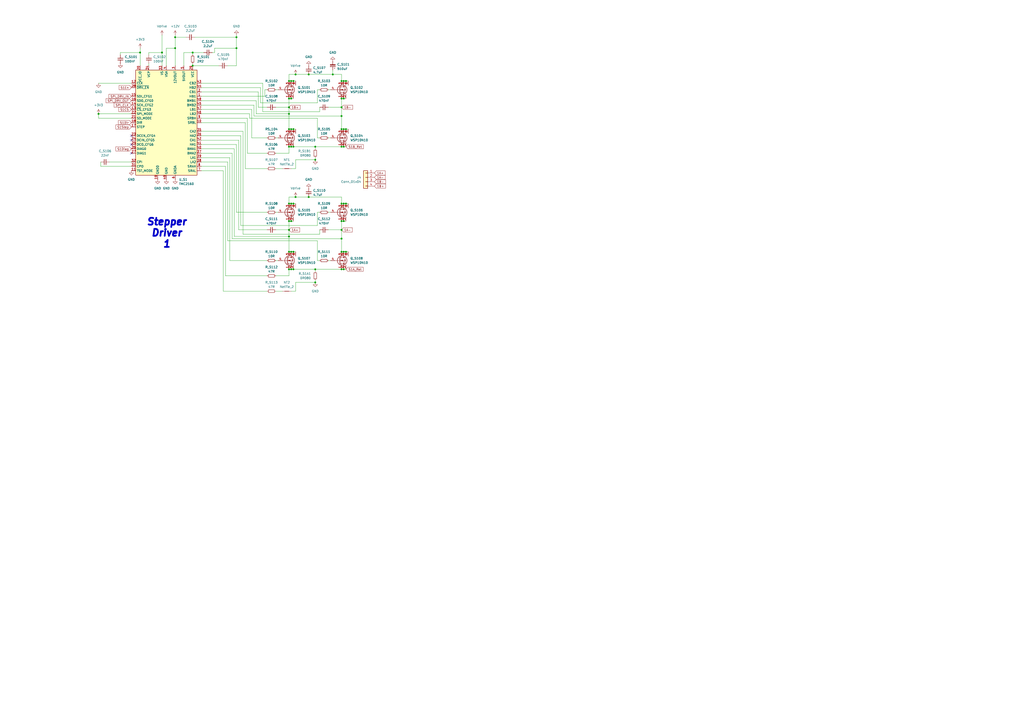
<source format=kicad_sch>
(kicad_sch (version 20231120) (generator "eeschema") (generator_version "8.0")
  (paper "A2")
  (lib_symbols
    (symbol "Connector_Generic:Conn_01x04" (pin_names (offset 1.016) hide)
      (property "Reference" "J" (at 0 5.08 0))
      (property "Value" "Conn_01x04" (at 0 -7.62 0))
      (symbol "Conn_01x04_1_1"
        (rectangle (start -1.27 -4.953) (end 0 -5.207) (stroke (width 0.1524)))
        (rectangle (start -1.27 -2.413) (end 0 -2.667) (stroke (width 0.1524)))
        (rectangle (start -1.27 0.127) (end 0 -0.127) (stroke (width 0.1524)))
        (rectangle (start -1.27 2.667) (end 0 2.413) (stroke (width 0.1524)))
        (rectangle (start -1.27 3.81) (end 1.27 -6.35) (stroke (width 0.254)) (fill (type background)))
        (pin passive line (at -5.08 2.54 0) (length 3.81) (name "Pin_1") (number "1"))
        (pin passive line (at -5.08 0 0) (length 3.81) (name "Pin_2") (number "2"))
        (pin passive line (at -5.08 -2.54 0) (length 3.81) (name "Pin_3") (number "3"))
        (pin passive line (at -5.08 -5.08 0) (length 3.81) (name "Pin_4") (number "4"))
      )
    )
    (symbol "Device:C_Polarized_Small" (pin_numbers hide) (pin_names (offset 0.254) hide)
      (property "Reference" "C" (at 0.254 1.778 0))
      (property "Value" "C_Polarized_Small" (at 0.254 -2.032 0))
      (symbol "C_Polarized_Small_0_1"
        (rectangle (start -1.524 -0.3048) (end 1.524 -0.6858) (fill (type outline)))
        (rectangle (start -1.524 0.6858) (end 1.524 0.3048))
        (polyline (pts (xy -1.27 1.524) (xy -0.762 1.524)))
        (polyline (pts (xy -1.016 1.27) (xy -1.016 1.778)))
      )
      (symbol "C_Polarized_Small_1_1"
        (pin passive line (at 0 2.54 270) (length 1.8542) (name "~") (number "1"))
        (pin passive line (at 0 -2.54 90) (length 1.8542) (name "~") (number "2"))
      )
    )
    (symbol "Device:C_Small" (pin_numbers hide) (pin_names (offset 0.254) hide)
      (property "Reference" "C" (at 0.254 1.778 0))
      (property "Value" "C_Small" (at 0.254 -2.032 0))
      (symbol "C_Small_0_1"
        (polyline (pts (xy -1.524 -0.508) (xy 1.524 -0.508)) (stroke (width 0.3302)))
        (polyline (pts (xy -1.524 0.508) (xy 1.524 0.508)) (stroke (width 0.3048)))
      )
      (symbol "C_Small_1_1"
        (pin passive line (at 0 2.54 270) (length 2.032) (name "~") (number "1"))
        (pin passive line (at 0 -2.54 90) (length 2.032) (name "~") (number "2"))
      )
    )
    (symbol "Device:NetTie_2" (pin_numbers hide) (pin_names (offset 0) hide) (in_bom no)
      (property "Reference" "NT" (at 0 1.27 0))
      (property "Value" "NetTie_2" (at 0 -1.27 0))
      (symbol "NetTie_2_0_1"
        (polyline (pts (xy -1.27 0) (xy 1.27 0)) (stroke (width 0.254)))
      )
      (symbol "NetTie_2_1_1"
        (pin passive line (at -2.54 0 0) (length 2.54) (name "1") (number "1"))
        (pin passive line (at 2.54 0 180) (length 2.54) (name "2") (number "2"))
      )
    )
    (symbol "Device:R_Small" (pin_numbers hide) (pin_names (offset 0.254) hide)
      (property "Reference" "R" (at 0.762 0.508 0))
      (property "Value" "R_Small" (at 0.762 -1.016 0))
      (symbol "R_Small_0_1"
        (rectangle (start -0.762 1.778) (end 0.762 -1.778) (stroke (width 0.2032)))
      )
      (symbol "R_Small_1_1"
        (pin passive line (at 0 2.54 270) (length 0.762) (name "~") (number "1"))
        (pin passive line (at 0 -2.54 90) (length 0.762) (name "~") (number "2"))
      )
    )
    (symbol "Driver:TMC2160"
      (property "Reference" "U" (at -12.7 -33.02 0))
      (property "Value" "TMC2160" (at 17.78 -33.02 0))
      (symbol "TMC2160_1_1"
        (rectangle (start -17.78 30.48) (end 17.78 -30.48) (stroke (width 0.254)) (fill (type background)))
        (pin output line (at 20.32 15.24 180) (length 2.54) (name "HB1") (number "1"))
        (pin input line (at 20.32 0 180) (length 2.54) (name "SRBL") (number "10"))
        (pin input line (at -20.32 -27.94 0) (length 2.54) (name "TST_MODE") (number "11"))
        (pin input line (at -20.32 22.86 0) (length 2.54) (name "CLK") (number "12"))
        (pin input line (at -20.32 7.62 0) (length 2.54) (name "~{CS}_CFG3") (number "13"))
        (pin input line (at -20.32 10.16 0) (length 2.54) (name "SCK_CFG2") (number "14"))
        (pin input line (at -20.32 15.24 0) (length 2.54) (name "SDI_CFG1") (number "15"))
        (pin passive line (at -20.32 12.7 0) (length 2.54) (name "SDO_CFG0") (number "16"))
        (pin input line (at -20.32 -2.54 0) (length 2.54) (name "STEP") (number "17"))
        (pin input line (at -20.32 0 0) (length 2.54) (name "DIR") (number "18"))
        (pin power_in line (at -5.08 -33.02 90) (length 2.54) (name "GNDD") (number "19"))
        (pin output line (at 20.32 17.78 180) (length 2.54) (name "CB1") (number "2"))
        (pin power_in line (at -15.24 33.02 270) (length 2.54) (name "VCC_IO") (number "20"))
        (pin input line (at -20.32 2.54 0) (length 2.54) (name "SD_MODE") (number "21"))
        (pin input line (at -20.32 5.08 0) (length 2.54) (name "SPI_MODE") (number "22"))
        (pin input line (at -20.32 -7.62 0) (length 2.54) (name "DCEN_CFG4") (number "23"))
        (pin input line (at -20.32 -10.16 0) (length 2.54) (name "DCIN_CFG5") (number "24"))
        (pin output line (at -20.32 -12.7 0) (length 2.54) (name "DCO_CFG6") (number "25"))
        (pin output line (at -20.32 -15.24 0) (length 2.54) (name "DIAG0") (number "26"))
        (pin output line (at -20.32 -17.78 0) (length 2.54) (name "DIAG1") (number "27"))
        (pin input line (at -20.32 20.32 0) (length 2.54) (name "~{DRV_EN}") (number "28"))
        (pin power_in line (at 15.24 33.02 270) (length 2.54) (name "VCC") (number "29"))
        (pin power_in line (at 5.08 33.02 270) (length 2.54) (name "12VOUT") (number "3"))
        (pin passive line (at -5.08 -33.02 90) (length 2.54) hide (name "GNDD") (number "30"))
        (pin passive line (at -20.32 -25.4 0) (length 2.54) (name "CPO") (number "31"))
        (pin passive line (at -20.32 -22.86 0) (length 2.54) (name "CPI") (number "32"))
        (pin power_in line (at -2.54 33.02 270) (length 2.54) (name "VS") (number "33"))
        (pin passive line (at -10.16 33.02 270) (length 2.54) (name "VCP") (number "34"))
        (pin passive line (at 20.32 -5.08 180) (length 2.54) (name "CA2") (number "35"))
        (pin output line (at 20.32 -7.62 180) (length 2.54) (name "HA2") (number "36"))
        (pin passive line (at 20.32 -17.78 180) (length 2.54) (name "BMA2") (number "37"))
        (pin output line (at 20.32 -22.86 180) (length 2.54) (name "LA2") (number "38"))
        (pin output line (at 20.32 -20.32 180) (length 2.54) (name "LA1") (number "39"))
        (pin power_in line (at 0 33.02 270) (length 2.54) (name "VSA") (number "4"))
        (pin passive line (at 20.32 -15.24 180) (length 2.54) (name "BMA1") (number "40"))
        (pin output line (at 20.32 -12.7 180) (length 2.54) (name "HA1") (number "41"))
        (pin output line (at 20.32 -10.16 180) (length 2.54) (name "CA1") (number "42"))
        (pin passive line (at 20.32 22.86 180) (length 2.54) (name "CB2") (number "43"))
        (pin output line (at 20.32 20.32 180) (length 2.54) (name "HB2") (number "44"))
        (pin passive line (at 20.32 10.16 180) (length 2.54) (name "BMB2") (number "45"))
        (pin output line (at 20.32 5.08 180) (length 2.54) (name "LB2") (number "46"))
        (pin output line (at 20.32 7.62 180) (length 2.54) (name "LB1") (number "47"))
        (pin passive line (at 20.32 12.7 180) (length 2.54) (name "BMB1") (number "48"))
        (pin power_in line (at 0 -33.02 90) (length 2.54) (name "GND") (number "49"))
        (pin power_out line (at 10.16 33.02 270) (length 2.54) (name "5VOUT") (number "5"))
        (pin power_in line (at 5.08 -33.02 90) (length 2.54) (name "GNDA") (number "6"))
        (pin input line (at 20.32 -27.94 180) (length 2.54) (name "SRAL") (number "7"))
        (pin input line (at 20.32 -25.4 180) (length 2.54) (name "SRAH") (number "8"))
        (pin input line (at 20.32 2.54 180) (length 2.54) (name "SRBH") (number "9"))
      )
    )
    (symbol "FETs:WSP10N10" (pin_names hide)
      (property "Reference" "Q" (at 5.08 1.905 0))
      (property "Value" "WSP10N10" (at 5.08 0 0))
      (symbol "WSP10N10_0_1"
        (polyline (pts (xy 0.254 0) (xy -2.54 0)))
        (polyline (pts (xy 0.254 1.905) (xy 0.254 -1.905)) (stroke (width 0.254)))
        (polyline (pts (xy 0.762 -1.27) (xy 0.762 -2.286)) (stroke (width 0.254)))
        (polyline (pts (xy 0.762 0.508) (xy 0.762 -0.508)) (stroke (width 0.254)))
        (polyline (pts (xy 0.762 2.286) (xy 0.762 1.27)) (stroke (width 0.254)))
        (polyline (pts (xy 2.54 2.54) (xy 2.54 1.778)))
        (polyline (pts (xy 2.54 -2.54) (xy 2.54 0) (xy 0.762 0)))
        (polyline (pts (xy 0.762 -1.778) (xy 3.302 -1.778) (xy 3.302 1.778) (xy 0.762 1.778)))
        (polyline (pts (xy 1.016 0) (xy 2.032 0.381) (xy 2.032 -0.381) (xy 1.016 0)) (fill (type outline)))
        (polyline (pts (xy 2.794 0.508) (xy 2.921 0.381) (xy 3.683 0.381) (xy 3.81 0.254)))
        (polyline (pts (xy 3.302 0.381) (xy 2.921 -0.254) (xy 3.683 -0.254) (xy 3.302 0.381)))
        (circle (center 1.651 0) (radius 2.794) (stroke (width 0.254)))
        (circle (center 2.54 -1.778) (radius 0.254) (fill (type outline)))
        (circle (center 2.54 1.778) (radius 0.254) (fill (type outline)))
      )
      (symbol "WSP10N10_1_1"
        (pin passive line (at 1.27 -5.08 90) (length 2.54) (name "D") (number "1"))
        (pin passive line (at 2.54 -5.08 90) (length 2.54) (name "G") (number "2"))
        (pin passive line (at 3.81 -5.08 90) (length 2.54) (name "S") (number "3"))
        (pin input line (at -5.08 0 0) (length 2.54) (name "") (number "4"))
        (pin passive line (at 1.27 5.08 270) (length 2.54) (name "") (number "5"))
        (pin passive line (at 2.54 5.08 270) (length 2.54) (name "") (number "6"))
        (pin passive line (at 3.81 5.08 270) (length 2.54) (name "") (number "7"))
        (pin passive line (at 5.08 5.08 270) (length 2.54) (name "") (number "8"))
      )
    )
    (symbol "power:+12V" (power) (pin_numbers hide) (pin_names (offset 0) hide)
      (property "Value" "+12V" (at 0 3.556 0))
      (symbol "+12V_0_1"
        (polyline (pts (xy -0.762 1.27) (xy 0 2.54)))
        (polyline (pts (xy 0 0) (xy 0 2.54)))
        (polyline (pts (xy 0 2.54) (xy 0.762 1.27)))
      )
      (symbol "+12V_1_1"
        (pin power_in line (at 0 0 90) (length 0) (name "~") (number "1"))
      )
    )
    (symbol "power:+3V3" (power) (pin_numbers hide) (pin_names (offset 0) hide)
      (property "Value" "+3V3" (at 0 3.556 0))
      (symbol "+3V3_0_1"
        (polyline (pts (xy -0.762 1.27) (xy 0 2.54)))
        (polyline (pts (xy 0 0) (xy 0 2.54)))
        (polyline (pts (xy 0 2.54) (xy 0.762 1.27)))
      )
      (symbol "+3V3_1_1"
        (pin power_in line (at 0 0 90) (length 0) (name "~") (number "1"))
      )
    )
    (symbol "power:GND" (power) (pin_numbers hide) (pin_names (offset 0) hide)
      (property "Value" "GND" (at 0 -3.81 0))
      (symbol "GND_0_1"
        (polyline (pts (xy 0 0) (xy 0 -1.27) (xy 1.27 -1.27) (xy 0 -2.54) (xy -1.27 -1.27) (xy 0 -1.27)))
      )
      (symbol "GND_1_1"
        (pin power_in line (at 0 0 270) (length 0) (name "~") (number "1"))
      )
    )
    (symbol "power:Vdrive" (power) (pin_numbers hide) (pin_names (offset 0) hide)
      (property "Value" "Vdrive" (at 0 3.556 0))
      (symbol "Vdrive_0_1"
        (polyline (pts (xy -0.762 1.27) (xy 0 2.54)))
        (polyline (pts (xy 0 0) (xy 0 2.54)))
        (polyline (pts (xy 0 2.54) (xy 0.762 1.27)))
      )
      (symbol "Vdrive_1_1"
        (pin power_in line (at 0 0 90) (length 0) (name "~") (number "1"))
      )
    )
  )
  (junction (at 198.12 118.11))
  (junction (at 199.39 128.27))
  (junction (at 168.91 85.09))
  (junction (at 170.18 46.99))
  (junction (at 171.45 114.3))
  (junction (at 182.88 156.21))
  (junction (at 168.91 128.27))
  (junction (at 137.16 27.94))
  (junction (at 111.76 38.1))
  (junction (at 93.98 30.48))
  (junction (at 199.39 118.11))
  (junction (at 167.64 128.27))
  (junction (at 200.66 146.05))
  (junction (at 199.39 74.93))
  (junction (at 199.39 57.15))
  (junction (at 168.91 146.05))
  (junction (at 179.07 114.3))
  (junction (at 168.91 118.11))
  (junction (at 200.66 46.99))
  (junction (at 167.64 62.23))
  (junction (at 101.6 27.94))
  (junction (at 198.12 57.15))
  (junction (at 101.6 21.59))
  (junction (at 167.64 74.93))
  (junction (at 198.12 67.31))
  (junction (at 199.39 146.05))
  (junction (at 168.91 46.99))
  (junction (at 198.12 156.21))
  (junction (at 81.28 30.48))
  (junction (at 167.64 85.09))
  (junction (at 170.18 118.11))
  (junction (at 171.45 43.18))
  (junction (at 198.12 85.09))
  (junction (at 168.91 57.15))
  (junction (at 200.66 74.93))
  (junction (at 167.64 133.35))
  (junction (at 170.18 156.21))
  (junction (at 198.12 133.35))
  (junction (at 167.64 146.05))
  (junction (at 170.18 74.93))
  (junction (at 193.04 43.18))
  (junction (at 198.12 138.43))
  (junction (at 111.76 30.48))
  (junction (at 182.88 92.71))
  (junction (at 167.64 66.04))
  (junction (at 168.91 74.93))
  (junction (at 200.66 118.11))
  (junction (at 199.39 46.99))
  (junction (at 182.88 85.09))
  (junction (at 170.18 85.09))
  (junction (at 170.18 146.05))
  (junction (at 182.88 163.83))
  (junction (at 198.12 74.93))
  (junction (at 198.12 46.99))
  (junction (at 137.16 21.59))
  (junction (at 167.64 57.15))
  (junction (at 168.91 156.21))
  (junction (at 199.39 156.21))
  (junction (at 198.12 62.23))
  (junction (at 179.07 43.18))
  (junction (at 199.39 85.09))
  (junction (at 198.12 128.27))
  (junction (at 167.64 118.11))
  (junction (at 167.64 156.21))
  (junction (at 57.15 66.04))
  (junction (at 167.64 137.16))
  (junction (at 167.64 46.99))
  (junction (at 198.12 146.05))
  (no_connect (at 76.2 78.74))
  (no_connect (at 76.2 88.9))
  (no_connect (at 76.2 83.82))
  (no_connect (at 76.2 81.28))
  (wire (pts (xy 198.12 133.35) (xy 198.12 138.43)))
  (wire (pts (xy 133.35 151.13) (xy 154.94 151.13)))
  (wire (pts (xy 116.84 91.44) (xy 133.35 91.44)))
  (wire (pts (xy 144.78 66.04) (xy 144.78 68.58)))
  (wire (pts (xy 167.64 85.09) (xy 168.91 85.09)))
  (wire (pts (xy 143.51 68.58) (xy 143.51 88.9)))
  (wire (pts (xy 184.15 52.07) (xy 185.42 52.07)))
  (wire (pts (xy 153.67 52.07) (xy 154.94 52.07)))
  (wire (pts (xy 167.64 160.02) (xy 167.64 156.21)))
  (wire (pts (xy 193.04 43.18) (xy 198.12 43.18)))
  (wire (pts (xy 148.59 66.04) (xy 167.64 66.04)))
  (wire (pts (xy 116.84 83.82) (xy 137.16 83.82)))
  (wire (pts (xy 167.64 62.23) (xy 167.64 66.04)))
  (wire (pts (xy 160.02 160.02) (xy 167.64 160.02)))
  (wire (pts (xy 171.45 163.83) (xy 182.88 163.83)))
  (wire (pts (xy 170.18 118.11) (xy 171.45 118.11)))
  (wire (pts (xy 153.67 55.88) (xy 153.67 52.07)))
  (wire (pts (xy 57.15 66.04) (xy 76.2 66.04)))
  (wire (pts (xy 198.12 62.23) (xy 198.12 67.31)))
  (wire (pts (xy 168.91 118.11) (xy 170.18 118.11)))
  (wire (pts (xy 182.88 162.56) (xy 182.88 163.83)))
  (wire (pts (xy 151.13 59.69) (xy 184.15 59.69)))
  (wire (pts (xy 58.42 96.52) (xy 76.2 96.52)))
  (wire (pts (xy 199.39 57.15) (xy 200.66 57.15)))
  (wire (pts (xy 171.45 92.71) (xy 182.88 92.71)))
  (wire (pts (xy 167.64 137.16) (xy 167.64 146.05)))
  (wire (pts (xy 179.07 43.18) (xy 193.04 43.18)))
  (wire (pts (xy 182.88 156.21) (xy 182.88 157.48)))
  (wire (pts (xy 146.05 63.5) (xy 146.05 80.01)))
  (wire (pts (xy 167.64 46.99) (xy 168.91 46.99)))
  (wire (pts (xy 116.84 71.12) (xy 142.24 71.12)))
  (wire (pts (xy 116.84 58.42) (xy 148.59 58.42)))
  (wire (pts (xy 135.89 137.16) (xy 167.64 137.16)))
  (wire (pts (xy 113.03 21.59) (xy 137.16 21.59)))
  (wire (pts (xy 116.84 53.34) (xy 149.86 53.34)))
  (wire (pts (xy 167.64 43.18) (xy 167.64 46.99)))
  (wire (pts (xy 152.4 64.77) (xy 185.42 64.77)))
  (wire (pts (xy 93.98 20.32) (xy 93.98 30.48)))
  (wire (pts (xy 149.86 62.23) (xy 154.94 62.23)))
  (wire (pts (xy 149.86 53.34) (xy 149.86 62.23)))
  (wire (pts (xy 182.88 156.21) (xy 198.12 156.21)))
  (wire (pts (xy 198.12 85.09) (xy 199.39 85.09)))
  (wire (pts (xy 200.66 146.05) (xy 201.93 146.05)))
  (wire (pts (xy 167.64 66.04) (xy 167.64 74.93)))
  (wire (pts (xy 190.5 62.23) (xy 198.12 62.23)))
  (wire (pts (xy 116.84 63.5) (xy 146.05 63.5)))
  (wire (pts (xy 142.24 71.12) (xy 142.24 97.79)))
  (wire (pts (xy 81.28 30.48) (xy 81.28 38.1)))
  (wire (pts (xy 198.12 57.15) (xy 199.39 57.15)))
  (wire (pts (xy 86.36 30.48) (xy 93.98 30.48)))
  (wire (pts (xy 147.32 67.31) (xy 198.12 67.31)))
  (wire (pts (xy 184.15 151.13) (xy 185.42 151.13)))
  (wire (pts (xy 69.85 30.48) (xy 69.85 31.75)))
  (wire (pts (xy 143.51 88.9) (xy 154.94 88.9)))
  (wire (pts (xy 133.35 91.44) (xy 133.35 151.13)))
  (wire (pts (xy 116.84 60.96) (xy 147.32 60.96)))
  (wire (pts (xy 190.5 52.07) (xy 191.77 52.07)))
  (wire (pts (xy 152.4 48.26) (xy 152.4 64.77)))
  (wire (pts (xy 167.64 128.27) (xy 168.91 128.27)))
  (wire (pts (xy 198.12 46.99) (xy 198.12 43.18)))
  (wire (pts (xy 116.84 68.58) (xy 143.51 68.58)))
  (wire (pts (xy 185.42 64.77) (xy 185.42 62.23)))
  (wire (pts (xy 185.42 135.89) (xy 185.42 133.35)))
  (wire (pts (xy 168.91 97.79) (xy 171.45 97.79)))
  (wire (pts (xy 86.36 36.83) (xy 86.36 38.1)))
  (wire (pts (xy 116.84 86.36) (xy 135.89 86.36)))
  (wire (pts (xy 96.52 38.1) (xy 96.52 27.94)))
  (wire (pts (xy 168.91 146.05) (xy 170.18 146.05)))
  (wire (pts (xy 129.54 168.91) (xy 154.94 168.91)))
  (wire (pts (xy 132.08 38.1) (xy 137.16 38.1)))
  (wire (pts (xy 148.59 58.42) (xy 148.59 66.04)))
  (wire (pts (xy 171.45 168.91) (xy 171.45 163.83)))
  (wire (pts (xy 167.64 146.05) (xy 168.91 146.05)))
  (wire (pts (xy 160.02 133.35) (xy 167.64 133.35)))
  (wire (pts (xy 137.16 27.94) (xy 137.16 21.59)))
  (wire (pts (xy 171.45 114.3) (xy 167.64 114.3)))
  (wire (pts (xy 132.08 139.7) (xy 184.15 139.7)))
  (wire (pts (xy 168.91 74.93) (xy 170.18 74.93)))
  (wire (pts (xy 138.43 133.35) (xy 154.94 133.35)))
  (wire (pts (xy 160.02 151.13) (xy 161.29 151.13)))
  (wire (pts (xy 137.16 123.19) (xy 154.94 123.19)))
  (wire (pts (xy 179.07 114.3) (xy 198.12 114.3)))
  (wire (pts (xy 182.88 85.09) (xy 182.88 86.36)))
  (wire (pts (xy 179.07 114.3) (xy 171.45 114.3)))
  (wire (pts (xy 168.91 156.21) (xy 170.18 156.21)))
  (wire (pts (xy 116.84 76.2) (xy 140.97 76.2)))
  (wire (pts (xy 190.5 151.13) (xy 191.77 151.13)))
  (wire (pts (xy 101.6 21.59) (xy 107.95 21.59)))
  (wire (pts (xy 167.64 114.3) (xy 167.64 118.11)))
  (wire (pts (xy 69.85 30.48) (xy 81.28 30.48)))
  (wire (pts (xy 198.12 57.15) (xy 198.12 62.23)))
  (wire (pts (xy 116.84 88.9) (xy 134.62 88.9)))
  (wire (pts (xy 111.76 36.83) (xy 111.76 38.1)))
  (wire (pts (xy 190.5 123.19) (xy 191.77 123.19)))
  (wire (pts (xy 116.84 99.06) (xy 129.54 99.06)))
  (wire (pts (xy 168.91 85.09) (xy 170.18 85.09)))
  (wire (pts (xy 190.5 133.35) (xy 198.12 133.35)))
  (wire (pts (xy 142.24 97.79) (xy 154.94 97.79)))
  (wire (pts (xy 101.6 21.59) (xy 101.6 27.94)))
  (wire (pts (xy 147.32 60.96) (xy 147.32 67.31)))
  (wire (pts (xy 198.12 74.93) (xy 199.39 74.93)))
  (wire (pts (xy 184.15 139.7) (xy 184.15 151.13)))
  (wire (pts (xy 170.18 85.09) (xy 182.88 85.09)))
  (wire (pts (xy 134.62 88.9) (xy 134.62 138.43)))
  (wire (pts (xy 134.62 138.43) (xy 198.12 138.43)))
  (wire (pts (xy 146.05 80.01) (xy 154.94 80.01)))
  (wire (pts (xy 81.28 27.94) (xy 81.28 30.48)))
  (wire (pts (xy 124.46 30.48) (xy 124.46 27.94)))
  (wire (pts (xy 199.39 74.93) (xy 200.66 74.93)))
  (wire (pts (xy 184.15 123.19) (xy 185.42 123.19)))
  (wire (pts (xy 160.02 80.01) (xy 161.29 80.01)))
  (wire (pts (xy 170.18 156.21) (xy 182.88 156.21)))
  (wire (pts (xy 170.18 46.99) (xy 171.45 46.99)))
  (wire (pts (xy 167.64 57.15) (xy 168.91 57.15)))
  (wire (pts (xy 198.12 128.27) (xy 198.12 133.35)))
  (wire (pts (xy 171.45 43.18) (xy 179.07 43.18)))
  (wire (pts (xy 139.7 78.74) (xy 139.7 130.81)))
  (wire (pts (xy 198.12 138.43) (xy 198.12 146.05)))
  (wire (pts (xy 57.15 68.58) (xy 57.15 66.04)))
  (wire (pts (xy 93.98 30.48) (xy 93.98 38.1)))
  (wire (pts (xy 135.89 86.36) (xy 135.89 137.16)))
  (wire (pts (xy 160.02 52.07) (xy 161.29 52.07)))
  (wire (pts (xy 190.5 80.01) (xy 191.77 80.01)))
  (wire (pts (xy 140.97 135.89) (xy 185.42 135.89)))
  (wire (pts (xy 198.12 118.11) (xy 199.39 118.11)))
  (wire (pts (xy 168.91 46.99) (xy 170.18 46.99)))
  (wire (pts (xy 199.39 128.27) (xy 200.66 128.27)))
  (wire (pts (xy 193.04 40.64) (xy 193.04 43.18)))
  (wire (pts (xy 138.43 81.28) (xy 138.43 133.35)))
  (wire (pts (xy 182.88 85.09) (xy 198.12 85.09)))
  (wire (pts (xy 199.39 118.11) (xy 200.66 118.11)))
  (wire (pts (xy 116.84 96.52) (xy 130.81 96.52)))
  (wire (pts (xy 116.84 81.28) (xy 138.43 81.28)))
  (wire (pts (xy 198.12 118.11) (xy 198.12 114.3)))
  (wire (pts (xy 130.81 160.02) (xy 154.94 160.02)))
  (wire (pts (xy 167.64 128.27) (xy 167.64 133.35)))
  (wire (pts (xy 168.91 168.91) (xy 171.45 168.91)))
  (wire (pts (xy 139.7 130.81) (xy 184.15 130.81)))
  (wire (pts (xy 63.5 93.98) (xy 76.2 93.98)))
  (wire (pts (xy 200.66 46.99) (xy 201.93 46.99)))
  (wire (pts (xy 57.15 48.26) (xy 76.2 48.26)))
  (wire (pts (xy 132.08 93.98) (xy 132.08 139.7)))
  (wire (pts (xy 116.84 48.26) (xy 152.4 48.26)))
  (wire (pts (xy 198.12 128.27) (xy 199.39 128.27)))
  (wire (pts (xy 200.66 74.93) (xy 201.93 74.93)))
  (wire (pts (xy 199.39 156.21) (xy 200.66 156.21)))
  (wire (pts (xy 160.02 168.91) (xy 163.83 168.91)))
  (wire (pts (xy 58.42 93.98) (xy 58.42 96.52)))
  (wire (pts (xy 101.6 27.94) (xy 101.6 38.1)))
  (wire (pts (xy 116.84 66.04) (xy 144.78 66.04)))
  (wire (pts (xy 170.18 146.05) (xy 171.45 146.05)))
  (wire (pts (xy 171.45 43.18) (xy 167.64 43.18)))
  (wire (pts (xy 130.81 96.52) (xy 130.81 160.02)))
  (wire (pts (xy 168.91 128.27) (xy 170.18 128.27)))
  (wire (pts (xy 160.02 123.19) (xy 161.29 123.19)))
  (wire (pts (xy 167.64 88.9) (xy 167.64 85.09)))
  (wire (pts (xy 116.84 55.88) (xy 153.67 55.88)))
  (wire (pts (xy 167.64 156.21) (xy 168.91 156.21)))
  (wire (pts (xy 198.12 67.31) (xy 198.12 74.93)))
  (wire (pts (xy 116.84 50.8) (xy 151.13 50.8)))
  (wire (pts (xy 198.12 156.21) (xy 199.39 156.21)))
  (wire (pts (xy 199.39 85.09) (xy 200.66 85.09)))
  (wire (pts (xy 200.66 118.11) (xy 201.93 118.11)))
  (wire (pts (xy 160.02 62.23) (xy 167.64 62.23)))
  (wire (pts (xy 184.15 68.58) (xy 184.15 80.01)))
  (wire (pts (xy 171.45 97.79) (xy 171.45 92.71)))
  (wire (pts (xy 199.39 146.05) (xy 200.66 146.05)))
  (wire (pts (xy 116.84 93.98) (xy 132.08 93.98)))
  (wire (pts (xy 160.02 97.79) (xy 163.83 97.79)))
  (wire (pts (xy 167.64 133.35) (xy 167.64 137.16)))
  (wire (pts (xy 151.13 50.8) (xy 151.13 59.69)))
  (wire (pts (xy 137.16 21.59) (xy 137.16 20.32)))
  (wire (pts (xy 111.76 38.1) (xy 127 38.1)))
  (wire (pts (xy 167.64 74.93) (xy 168.91 74.93)))
  (wire (pts (xy 168.91 57.15) (xy 170.18 57.15)))
  (wire (pts (xy 167.64 57.15) (xy 167.64 62.23)))
  (wire (pts (xy 170.18 74.93) (xy 171.45 74.93)))
  (wire (pts (xy 111.76 30.48) (xy 118.11 30.48)))
  (wire (pts (xy 116.84 78.74) (xy 139.7 78.74)))
  (wire (pts (xy 106.68 30.48) (xy 111.76 30.48)))
  (wire (pts (xy 198.12 46.99) (xy 199.39 46.99)))
  (wire (pts (xy 96.52 27.94) (xy 101.6 27.94)))
  (wire (pts (xy 124.46 27.94) (xy 137.16 27.94)))
  (wire (pts (xy 137.16 83.82) (xy 137.16 123.19)))
  (wire (pts (xy 182.88 91.44) (xy 182.88 92.71)))
  (wire (pts (xy 184.15 130.81) (xy 184.15 123.19)))
  (wire (pts (xy 160.02 88.9) (xy 167.64 88.9)))
  (wire (pts (xy 144.78 68.58) (xy 184.15 68.58)))
  (wire (pts (xy 167.64 118.11) (xy 168.91 118.11)))
  (wire (pts (xy 140.97 76.2) (xy 140.97 135.89)))
  (wire (pts (xy 111.76 30.48) (xy 111.76 31.75)))
  (wire (pts (xy 123.19 30.48) (xy 124.46 30.48)))
  (wire (pts (xy 184.15 59.69) (xy 184.15 52.07)))
  (wire (pts (xy 199.39 46.99) (xy 200.66 46.99)))
  (wire (pts (xy 198.12 146.05) (xy 199.39 146.05)))
  (wire (pts (xy 184.15 80.01) (xy 185.42 80.01)))
  (wire (pts (xy 101.6 20.32) (xy 101.6 21.59)))
  (wire (pts (xy 106.68 38.1) (xy 106.68 30.48)))
  (wire (pts (xy 129.54 99.06) (xy 129.54 168.91)))
  (wire (pts (xy 76.2 68.58) (xy 57.15 68.58)))
  (wire (pts (xy 137.16 38.1) (xy 137.16 27.94)))
  (wire (pts (xy 86.36 30.48) (xy 86.36 31.75)))
  (text "Stepper\nDriver\n1" (at 96.774 144.018 0) (effects (font (size 4 4) (thickness 2) (bold yes) (italic yes)) (justify bottom)))
  (global_label "S1B_Ret" (shape input) (at 200.66 85.09 0) (property "Intersheetrefs" "${INTERSHEET_REFS}" (effects (hide yes))))
  (global_label "1B+" (shape input) (at 167.64 62.23 0) (property "Intersheetrefs" "${INTERSHEET_REFS}" (effects (hide yes))))
  (global_label "1B-" (shape input) (at 217.17 105.41 0) (property "Intersheetrefs" "${INTERSHEET_REFS}" (effects (hide yes))))
  (global_label "1B-" (shape input) (at 198.12 62.23 0) (property "Intersheetrefs" "${INTERSHEET_REFS}" (effects (hide yes))))
  (global_label "SPI_DRV_IN" (shape input) (at 76.2 55.88 180) (property "Intersheetrefs" "${INTERSHEET_REFS}" (effects (hide yes))))
  (global_label "S1Diag" (shape input) (at 76.2 86.36 180) (property "Intersheetrefs" "${INTERSHEET_REFS}" (effects (hide yes))))
  (global_label "1B+" (shape input) (at 217.17 107.95 0) (property "Intersheetrefs" "${INTERSHEET_REFS}" (effects (hide yes))))
  (global_label "S1En" (shape input) (at 76.2 50.8 180) (property "Intersheetrefs" "${INTERSHEET_REFS}" (effects (hide yes))))
  (global_label "1A+" (shape input) (at 217.17 100.33 0) (property "Intersheetrefs" "${INTERSHEET_REFS}" (effects (hide yes))))
  (global_label "S1A_Ret" (shape input) (at 200.66 156.21 0) (property "Intersheetrefs" "${INTERSHEET_REFS}" (effects (hide yes))))
  (global_label "1A-" (shape input) (at 198.12 133.35 0) (property "Intersheetrefs" "${INTERSHEET_REFS}" (effects (hide yes))))
  (global_label "S1CS" (shape input) (at 76.2 63.5 180) (property "Intersheetrefs" "${INTERSHEET_REFS}" (effects (hide yes))))
  (global_label "1A+" (shape input) (at 167.64 133.35 0) (property "Intersheetrefs" "${INTERSHEET_REFS}" (effects (hide yes))))
  (global_label "SPI_DRV_OUT" (shape input) (at 76.2 58.42 180) (property "Intersheetrefs" "${INTERSHEET_REFS}" (effects (hide yes))))
  (global_label "S1Dir" (shape input) (at 76.2 71.12 180) (property "Intersheetrefs" "${INTERSHEET_REFS}" (effects (hide yes))))
  (global_label "S1Step" (shape input) (at 76.2 73.66 180) (property "Intersheetrefs" "${INTERSHEET_REFS}" (effects (hide yes))))
  (global_label "SPI_CLK" (shape input) (at 76.2 60.96 180) (property "Intersheetrefs" "${INTERSHEET_REFS}" (effects (hide yes))))
  (global_label "1A-" (shape input) (at 217.17 102.87 0) (property "Intersheetrefs" "${INTERSHEET_REFS}" (effects (hide yes))))
  (symbol (lib_id "power:GND") (at 137.16 20.32 0) (mirror x) (unit 1)
    (property "Reference" "#PWR032" (effects (hide yes)))
    (property "Value" "GND" (at 137.16 15.24 0))
    (property "Description" "Power symbol creates a global label with name \"GND\" , ground" (effects (hide yes)))
  )
  (symbol (lib_id "Device:R_Small") (at 157.48 80.01 90) (unit 1)
    (property "Reference" "RS_104" (at 157.48 74.93 90))
    (property "Value" "10R" (at 157.48 77.47 90))
    (property "Footprint" "Resistor_SMD:R_0402_1005Metric_Pad0.72x0.64mm_HandSolder" (effects (hide yes)))
    (property "LCSC" "C284283" (effects (hide yes)))
  )
  (symbol (lib_id "power:Vdrive") (at 93.98 20.32 0) (unit 1)
    (property "Reference" "#PWR022" (effects (hide yes)))
    (property "Value" "Vdrive" (at 93.98 15.24 0))
    (property "Description" "Power symbol creates a global label with name \"Vdrive\"" (effects (hide yes)))
  )
  (symbol (lib_id "Device:C_Small") (at 157.48 133.35 90) (unit 1)
    (property "Reference" "C_S111" (at 157.4863 127 90))
    (property "Value" "470nF" (at 157.4863 129.54 90))
    (property "Footprint" "Capacitor_SMD:C_1206_3216Metric_Pad1.33x1.80mm_HandSolder" (effects (hide yes)))
    (property "Description" "High voltage" (effects (hide yes)))
    (property "LCSC" "C313105" (effects (hide yes)))
  )
  (symbol (lib_id "Device:R_Small") (at 157.48 168.91 90) (unit 1)
    (property "Reference" "R_S113" (at 157.48 163.83 90))
    (property "Value" "47R" (at 157.48 166.37 90))
    (property "Footprint" "Resistor_SMD:R_0402_1005Metric_Pad0.72x0.64mm_HandSolder" (effects (hide yes)))
    (property "LCSC" "C284589" (effects (hide yes)))
  )
  (symbol (lib_id "Device:C_Small") (at 187.96 62.23 90) (unit 1)
    (property "Reference" "C_S109" (at 187.9663 55.88 90))
    (property "Value" "470nF" (at 187.9663 58.42 90))
    (property "Footprint" "Capacitor_SMD:C_1206_3216Metric_Pad1.33x1.80mm_HandSolder" (effects (hide yes)))
    (property "Description" "High voltage" (effects (hide yes)))
    (property "LCSC" "C313105" (effects (hide yes)))
  )
  (symbol (lib_id "FETs:WSP10N10") (at 166.37 80.01 0) (unit 1)
    (property "Reference" "Q_S103" (at 172.72 78.7399 0) (effects (justify left)))
    (property "Value" "WSP10N10" (at 172.72 81.2799 0) (effects (justify left)))
    (property "Footprint" "Package_SO:SOIC-8_3.9x4.9mm_P1.27mm" (effects (hide yes)))
    (property "Datasheet" "https://www.lcsc.com/datasheet/lcsc_datasheet_2105242011_Winsok-Semicon-WSP10N10_C2827250.pdf" (effects (hide yes)))
    (property "Description" "100V 10A 22mOhm@10V, 3.1W 1 N-Channel SOP-8 MOSFET" (effects (hide yes)))
    (property "LCSC" "C2827250" (effects (hide yes)))
  )
  (symbol (lib_id "power:+12V") (at 101.6 20.32 0) (unit 1)
    (property "Reference" "#PWR023" (effects (hide yes)))
    (property "Value" "+12V" (at 101.6 15.24 0))
    (property "Description" "Power symbol creates a global label with name \"+12V\"" (effects (hide yes)))
  )
  (symbol (lib_id "Device:C_Small") (at 110.49 21.59 90) (unit 1)
    (property "Reference" "C_S103" (at 110.4963 15.24 90))
    (property "Value" "2.2uF" (at 110.4963 17.78 90))
    (property "Footprint" "Capacitor_SMD:C_0603_1608Metric_Pad1.08x0.95mm_HandSolder" (effects (hide yes)))
    (property "Description" "Unpolarized capacitor, small symbol" (effects (hide yes)))
    (property "LCSC" " C57895" (effects (hide yes)))
  )
  (symbol (lib_id "Connector_Generic:Conn_01x04") (at 212.09 102.87 0) (mirror y) (unit 1)
    (property "Reference" "J4" (at 209.55 102.8699 0) (effects (justify left)))
    (property "Value" "Conn_01x04" (at 209.55 105.4099 0) (effects (justify left)))
    (property "Footprint" "Connector_JST:JST_XH_B4B-XH-A_1x04_P2.50mm_Vertical" (effects (hide yes)))
    (property "Description" "Generic connector, single row, 01x04, script generated (kicad-library-utils/schlib/autogen/connector/)" (effects (hide yes)))
  )
  (symbol (lib_id "Device:R_Small") (at 187.96 52.07 90) (unit 1)
    (property "Reference" "R_S103" (at 187.96 46.99 90))
    (property "Value" "10R" (at 187.96 49.53 90))
    (property "Footprint" "Resistor_SMD:R_0402_1005Metric_Pad0.72x0.64mm_HandSolder" (effects (hide yes)))
    (property "LCSC" "C284283" (effects (hide yes)))
  )
  (symbol (lib_id "Device:C_Small") (at 86.36 34.29 0) (unit 1)
    (property "Reference" "C_S102" (at 88.9 33.0262 0) (effects (justify left)))
    (property "Value" "100nF" (at 88.9 35.5662 0) (effects (justify left)))
    (property "Footprint" "Capacitor_SMD:C_0402_1005Metric_Pad0.74x0.62mm_HandSolder" (effects (hide yes)))
    (property "Description" "High voltage" (effects (hide yes)))
    (property "LCSC" "C162178" (effects (hide yes)))
  )
  (symbol (lib_id "Device:C_Small") (at 129.54 38.1 90) (unit 1)
    (property "Reference" "C_S105" (at 129.5463 31.75 90))
    (property "Value" "470nF" (at 129.5463 34.29 90))
    (property "Footprint" "Capacitor_SMD:C_1206_3216Metric_Pad1.33x1.80mm_HandSolder" (effects (hide yes)))
    (property "Description" "not high voltage but might as well share" (effects (hide yes)))
    (property "LCSC" "C313105" (effects (hide yes)))
  )
  (symbol (lib_id "power:GND") (at 179.07 109.22 180) (unit 1)
    (property "Reference" "#PWR036" (effects (hide yes)))
    (property "Value" "GND" (at 179.07 104.14 0))
    (property "Description" "Power symbol creates a global label with name \"GND\" , ground" (effects (hide yes)))
  )
  (symbol (lib_id "Device:R_Small") (at 182.88 88.9 0) (unit 1)
    (property "Reference" "R_S1B1" (at 180.34 87.6299 0) (effects (justify right)))
    (property "Value" "0R080" (at 180.34 90.1699 0) (effects (justify right)))
    (property "Footprint" "Resistor_SMD:R_2512_6332Metric_Pad1.40x3.35mm_HandSolder" (effects (hide yes)))
    (property "LCSC" "C5154744" (effects (hide yes)))
  )
  (symbol (lib_id "FETs:WSP10N10") (at 196.85 151.13 0) (unit 1)
    (property "Reference" "Q_S108" (at 203.2 149.8599 0) (effects (justify left)))
    (property "Value" "WSP10N10" (at 203.2 152.3999 0) (effects (justify left)))
    (property "Footprint" "Package_SO:SOIC-8_3.9x4.9mm_P1.27mm" (effects (hide yes)))
    (property "Datasheet" "https://www.lcsc.com/datasheet/lcsc_datasheet_2105242011_Winsok-Semicon-WSP10N10_C2827250.pdf" (effects (hide yes)))
    (property "Description" "100V 10A 22mOhm@10V, 3.1W 1 N-Channel SOP-8 MOSFET" (effects (hide yes)))
    (property "LCSC" "C2827250" (effects (hide yes)))
  )
  (symbol (lib_id "power:GND") (at 182.88 163.83 0) (unit 1)
    (property "Reference" "#PWR035" (effects (hide yes)))
    (property "Value" "GND" (at 182.88 168.91 0))
    (property "Description" "Power symbol creates a global label with name \"GND\" , ground" (effects (hide yes)))
  )
  (symbol (lib_id "Device:R_Small") (at 157.48 151.13 90) (unit 1)
    (property "Reference" "R_S110" (at 157.48 146.05 90))
    (property "Value" "10R" (at 157.48 148.59 90))
    (property "Footprint" "Resistor_SMD:R_0402_1005Metric_Pad0.72x0.64mm_HandSolder" (effects (hide yes)))
    (property "LCSC" "C284283" (effects (hide yes)))
  )
  (symbol (lib_id "Device:C_Small") (at 120.65 30.48 90) (unit 1)
    (property "Reference" "C_S104" (at 120.6563 24.13 90))
    (property "Value" "2.2uF" (at 120.6563 26.67 90))
    (property "Footprint" "Capacitor_SMD:C_0603_1608Metric_Pad1.08x0.95mm_HandSolder" (effects (hide yes)))
    (property "Description" "Unpolarized capacitor, small symbol" (effects (hide yes)))
    (property "LCSC" " C57895" (effects (hide yes)))
  )
  (symbol (lib_id "Device:R_Small") (at 111.76 34.29 0) (unit 1)
    (property "Reference" "R_S101" (at 114.3 33.0199 0) (effects (justify left)))
    (property "Value" "2R2" (at 114.3 35.5599 0) (effects (justify left)))
    (property "Footprint" "Resistor_SMD:R_0603_1608Metric_Pad0.98x0.95mm_HandSolder" (effects (hide yes)))
    (property "LCSC" "C861308" (effects (hide yes)))
  )
  (symbol (lib_id "Device:C_Small") (at 60.96 93.98 90) (unit 1)
    (property "Reference" "C_S106" (at 60.9663 87.63 90))
    (property "Value" "22nF" (at 60.9663 90.17 90))
    (property "Footprint" "Capacitor_SMD:C_0603_1608Metric_Pad1.08x0.95mm_HandSolder" (effects (hide yes)))
    (property "Description" "High voltage" (effects (hide yes)))
    (property "LCSC" "C313105" (effects (hide yes)))
  )
  (symbol (lib_id "power:GND") (at 91.44 104.14 0) (unit 1)
    (property "Reference" "#PWR040" (effects (hide yes)))
    (property "Value" "GND" (at 91.44 109.22 0))
    (property "Description" "Power symbol creates a global label with name \"GND\" , ground" (effects (hide yes)))
  )
  (symbol (lib_id "power:GND") (at 96.52 104.14 0) (unit 1)
    (property "Reference" "#PWR041" (effects (hide yes)))
    (property "Value" "GND" (at 96.52 109.22 0))
    (property "Description" "Power symbol creates a global label with name \"GND\" , ground" (effects (hide yes)))
  )
  (symbol (lib_id "power:+3V3") (at 81.28 27.94 0) (unit 1)
    (property "Reference" "#PWR038" (effects (hide yes)))
    (property "Value" "+3V3" (at 81.28 22.86 0))
    (property "Description" "Power symbol creates a global label with name \"+3V3\"" (effects (hide yes)))
  )
  (symbol (lib_id "power:GND") (at 101.6 104.14 0) (unit 1)
    (property "Reference" "#PWR042" (effects (hide yes)))
    (property "Value" "GND" (at 101.6 109.22 0))
    (property "Description" "Power symbol creates a global label with name \"GND\" , ground" (effects (hide yes)))
  )
  (symbol (lib_id "FETs:WSP10N10") (at 196.85 52.07 0) (unit 1)
    (property "Reference" "Q_S102" (at 203.2 50.7999 0) (effects (justify left)))
    (property "Value" "WSP10N10" (at 203.2 53.3399 0) (effects (justify left)))
    (property "Footprint" "Package_SO:SOIC-8_3.9x4.9mm_P1.27mm" (effects (hide yes)))
    (property "Datasheet" "https://www.lcsc.com/datasheet/lcsc_datasheet_2105242011_Winsok-Semicon-WSP10N10_C2827250.pdf" (effects (hide yes)))
    (property "Description" "100V 10A 22mOhm@10V, 3.1W 1 N-Channel SOP-8 MOSFET" (effects (hide yes)))
    (property "LCSC" "C2827250" (effects (hide yes)))
  )
  (symbol (lib_id "power:GND") (at 69.85 36.83 0) (unit 1)
    (property "Reference" "#PWR043" (effects (hide yes)))
    (property "Value" "GND" (at 69.85 41.91 0))
    (property "Description" "Power symbol creates a global label with name \"GND\" , ground" (effects (hide yes)))
  )
  (symbol (lib_id "Device:NetTie_2") (at 166.37 168.91 0) (unit 1) (in_bom no)
    (property "Reference" "NT2" (at 166.37 163.83 0))
    (property "Value" "NetTie_2" (at 166.37 166.37 0))
    (property "Footprint" "NetTie:NetTie-2_SMD_Pad0.5mm" (effects (hide yes)))
    (property "Description" "Net tie, 2 pins" (effects (hide yes)))
  )
  (symbol (lib_id "power:+3V3") (at 57.15 66.04 0) (mirror y) (unit 1)
    (property "Reference" "#PWR037" (effects (hide yes)))
    (property "Value" "+3V3" (at 57.15 60.96 0))
    (property "Description" "Power symbol creates a global label with name \"+3V3\"" (effects (hide yes)))
  )
  (symbol (lib_id "Device:NetTie_2") (at 166.37 97.79 0) (unit 1) (in_bom no)
    (property "Reference" "NT1" (at 166.37 92.71 0))
    (property "Value" "NetTie_2" (at 166.37 95.25 0))
    (property "Footprint" "NetTie:NetTie-2_SMD_Pad0.5mm" (effects (hide yes)))
    (property "Description" "Net tie, 2 pins" (effects (hide yes)))
  )
  (symbol (lib_id "power:GND") (at 182.88 92.71 0) (unit 1)
    (property "Reference" "#PWR014" (effects (hide yes)))
    (property "Value" "GND" (at 182.88 97.79 0))
    (property "Description" "Power symbol creates a global label with name \"GND\" , ground" (effects (hide yes)))
  )
  (symbol (lib_id "FETs:WSP10N10") (at 196.85 80.01 0) (unit 1)
    (property "Reference" "Q_S104" (at 203.2 78.7399 0) (effects (justify left)))
    (property "Value" "WSP10N10" (at 203.2 81.2799 0) (effects (justify left)))
    (property "Footprint" "Package_SO:SOIC-8_3.9x4.9mm_P1.27mm" (effects (hide yes)))
    (property "Datasheet" "https://www.lcsc.com/datasheet/lcsc_datasheet_2105242011_Winsok-Semicon-WSP10N10_C2827250.pdf" (effects (hide yes)))
    (property "Description" "100V 10A 22mOhm@10V, 3.1W 1 N-Channel SOP-8 MOSFET" (effects (hide yes)))
    (property "LCSC" "C2827250" (effects (hide yes)))
  )
  (symbol (lib_id "power:Vdrive") (at 171.45 43.18 0) (unit 1)
    (property "Reference" "#PWR018" (effects (hide yes)))
    (property "Value" "Vdrive" (at 171.45 38.1 0))
    (property "Description" "Power symbol creates a global label with name \"Vdrive\"" (effects (hide yes)))
  )
  (symbol (lib_id "Device:C_Small") (at 187.96 133.35 90) (unit 1)
    (property "Reference" "C_S112" (at 187.9663 127 90))
    (property "Value" "470nF" (at 187.9663 129.54 90))
    (property "Footprint" "Capacitor_SMD:C_1206_3216Metric_Pad1.33x1.80mm_HandSolder" (effects (hide yes)))
    (property "Description" "High voltage" (effects (hide yes)))
    (property "LCSC" "C313105" (effects (hide yes)))
  )
  (symbol (lib_id "power:Vdrive") (at 171.45 114.3 0) (unit 1)
    (property "Reference" "#PWR034" (effects (hide yes)))
    (property "Value" "Vdrive" (at 171.45 109.22 0))
    (property "Description" "Power symbol creates a global label with name \"Vdrive\"" (effects (hide yes)))
  )
  (symbol (lib_id "power:GND") (at 57.15 48.26 0) (unit 1)
    (property "Reference" "#PWR044" (effects (hide yes)))
    (property "Value" "GND" (at 57.15 53.34 0))
    (property "Description" "Power symbol creates a global label with name \"GND\" , ground" (effects (hide yes)))
  )
  (symbol (lib_id "Device:R_Small") (at 187.96 151.13 90) (unit 1)
    (property "Reference" "R_S111" (at 187.96 146.05 90))
    (property "Value" "10R" (at 187.96 148.59 90))
    (property "Footprint" "Resistor_SMD:R_0402_1005Metric_Pad0.72x0.64mm_HandSolder" (effects (hide yes)))
    (property "LCSC" "C284283" (effects (hide yes)))
  )
  (symbol (lib_id "FETs:WSP10N10") (at 166.37 151.13 0) (unit 1)
    (property "Reference" "Q_S107" (at 172.72 149.8599 0) (effects (justify left)))
    (property "Value" "WSP10N10" (at 172.72 152.3999 0) (effects (justify left)))
    (property "Footprint" "Package_SO:SOIC-8_3.9x4.9mm_P1.27mm" (effects (hide yes)))
    (property "Datasheet" "https://www.lcsc.com/datasheet/lcsc_datasheet_2105242011_Winsok-Semicon-WSP10N10_C2827250.pdf" (effects (hide yes)))
    (property "Description" "100V 10A 22mOhm@10V, 3.1W 1 N-Channel SOP-8 MOSFET" (effects (hide yes)))
    (property "LCSC" "C2827250" (effects (hide yes)))
  )
  (symbol (lib_id "power:GND") (at 193.04 35.56 180) (unit 1)
    (property "Reference" "#PWR055" (effects (hide yes)))
    (property "Value" "GND" (at 193.04 30.48 0))
    (property "Description" "Power symbol creates a global label with name \"GND\" , ground" (effects (hide yes)))
  )
  (symbol (lib_id "Device:R_Small") (at 157.48 52.07 90) (unit 1)
    (property "Reference" "R_S102" (at 157.48 46.99 90))
    (property "Value" "10R" (at 157.48 49.53 90))
    (property "Footprint" "Resistor_SMD:R_0402_1005Metric_Pad0.72x0.64mm_HandSolder" (effects (hide yes)))
    (property "LCSC" "C284283" (effects (hide yes)))
  )
  (symbol (lib_id "power:GND") (at 179.07 38.1 180) (unit 1)
    (property "Reference" "#PWR033" (effects (hide yes)))
    (property "Value" "GND" (at 179.07 33.02 0))
    (property "Description" "Power symbol creates a global label with name \"GND\" , ground" (effects (hide yes)))
  )
  (symbol (lib_id "power:GND") (at 76.2 99.06 0) (unit 1)
    (property "Reference" "#PWR039" (effects (hide yes)))
    (property "Value" "GND" (at 76.2 104.14 0))
    (property "Description" "Power symbol creates a global label with name \"GND\" , ground" (effects (hide yes)))
  )
  (symbol (lib_id "Device:C_Small") (at 69.85 34.29 0) (unit 1)
    (property "Reference" "C_S101" (at 72.39 33.0262 0) (effects (justify left)))
    (property "Value" "100nF" (at 72.39 35.5662 0) (effects (justify left)))
    (property "Footprint" "Capacitor_SMD:C_0402_1005Metric_Pad0.74x0.62mm_HandSolder" (effects (hide yes)))
    (property "LCSC" "C1525" (effects (hide yes)))
  )
  (symbol (lib_id "Device:R_Small") (at 157.48 123.19 90) (unit 1)
    (property "Reference" "R_S108" (at 157.48 118.11 90))
    (property "Value" "10R" (at 157.48 120.65 90))
    (property "Footprint" "Resistor_SMD:R_0402_1005Metric_Pad0.72x0.64mm_HandSolder" (effects (hide yes)))
    (property "LCSC" "C284283" (effects (hide yes)))
  )
  (symbol (lib_id "Device:R_Small") (at 187.96 80.01 90) (unit 1)
    (property "Reference" "R_S105" (at 187.96 74.93 90))
    (property "Value" "10R" (at 187.96 77.47 90))
    (property "Footprint" "Resistor_SMD:R_0402_1005Metric_Pad0.72x0.64mm_HandSolder" (effects (hide yes)))
    (property "LCSC" "C284283" (effects (hide yes)))
  )
  (symbol (lib_id "Device:R_Small") (at 187.96 123.19 90) (unit 1)
    (property "Reference" "R_S109" (at 187.96 118.11 90))
    (property "Value" "10R" (at 187.96 120.65 90))
    (property "Footprint" "Resistor_SMD:R_0402_1005Metric_Pad0.72x0.64mm_HandSolder" (effects (hide yes)))
    (property "LCSC" "C284283" (effects (hide yes)))
  )
  (symbol (lib_id "FETs:WSP10N10") (at 166.37 52.07 0) (unit 1)
    (property "Reference" "Q_S101" (at 172.72 50.7999 0) (effects (justify left)))
    (property "Value" "WSP10N10" (at 172.72 53.3399 0) (effects (justify left)))
    (property "Footprint" "Package_SO:SOIC-8_3.9x4.9mm_P1.27mm" (effects (hide yes)))
    (property "Datasheet" "https://www.lcsc.com/datasheet/lcsc_datasheet_2105242011_Winsok-Semicon-WSP10N10_C2827250.pdf" (effects (hide yes)))
    (property "Description" "100V 10A 22mOhm@10V, 3.1W 1 N-Channel SOP-8 MOSFET" (effects (hide yes)))
    (property "LCSC" "C2827250" (effects (hide yes)))
  )
  (symbol (lib_id "Device:C_Small") (at 157.48 62.23 90) (unit 1)
    (property "Reference" "C_S108" (at 157.4863 55.88 90))
    (property "Value" "470nF" (at 157.4863 58.42 90))
    (property "Footprint" "Capacitor_SMD:C_1206_3216Metric_Pad1.33x1.80mm_HandSolder" (effects (hide yes)))
    (property "Description" "High voltage" (effects (hide yes)))
    (property "LCSC" "C313105" (effects (hide yes)))
  )
  (symbol (lib_id "Device:R_Small") (at 182.88 160.02 0) (unit 1)
    (property "Reference" "R_S1A1" (at 180.34 158.7499 0) (effects (justify right)))
    (property "Value" "0R080" (at 180.34 161.2899 0) (effects (justify right)))
    (property "Footprint" "Resistor_SMD:R_2512_6332Metric_Pad1.40x3.35mm_HandSolder" (effects (hide yes)))
    (property "LCSC" "C5154744" (effects (hide yes)))
  )
  (symbol (lib_id "Driver:TMC2160") (at 96.52 71.12 0) (unit 1)
    (property "Reference" "U_S1" (at 103.7941 104.14 0) (effects (justify left)))
    (property "Value" "TMC2160" (at 103.7941 106.68 0) (effects (justify left)))
    (property "Footprint" "Package_QFP:TQFP-48-1EP_7x7mm_P0.5mm_EP5x5mm" (effects (hide yes)))
    (property "Datasheet" "https://www.trinamic.com/fileadmin/assets/Products/ICs_Documents/TMC2160A-datasheet_Rev1.06.pdf" (effects (hide yes)))
    (property "Description" "Standalone driver for two-phase bipolar stepper motor, 8-60V, external FETs, TQFP48" (effects (hide yes)))
    (property "LCSC" "C465948" (effects (hide yes)))
  )
  (symbol (lib_id "Device:C_Polarized_Small") (at 193.04 38.1 180) (unit 1)
    (property "Reference" "C_S1E1" (at 195.58 37.376 0) (effects (justify right)))
    (property "Value" "510uF" (at 195.58 39.916 0) (effects (justify right)))
    (property "Footprint" "Capacitor_THT:CP_Radial_D18.0mm_P7.50mm" (effects (hide yes)))
    (property "Description" "low ESR, high voltage, EGPD101ELL511MM25H" (effects (hide yes)))
  )
  (symbol (lib_id "Device:C_Small") (at 179.07 111.76 0) (unit 1)
    (property "Reference" "C_S110" (at 181.61 110.4962 0) (effects (justify left)))
    (property "Value" "4.7uF" (at 181.61 113.0362 0) (effects (justify left)))
    (property "Footprint" "Capacitor_SMD:C_1210_3225Metric_Pad1.33x2.70mm_HandSolder" (effects (hide yes)))
    (property "Description" "High voltage" (effects (hide yes)))
    (property "LCSC" "C2979983" (effects (hide yes)))
  )
  (symbol (lib_id "FETs:WSP10N10") (at 196.85 123.19 0) (unit 1)
    (property "Reference" "Q_S106" (at 203.2 121.9199 0) (effects (justify left)))
    (property "Value" "WSP10N10" (at 203.2 124.4599 0) (effects (justify left)))
    (property "Footprint" "Package_SO:SOIC-8_3.9x4.9mm_P1.27mm" (effects (hide yes)))
    (property "Datasheet" "https://www.lcsc.com/datasheet/lcsc_datasheet_2105242011_Winsok-Semicon-WSP10N10_C2827250.pdf" (effects (hide yes)))
    (property "Description" "100V 10A 22mOhm@10V, 3.1W 1 N-Channel SOP-8 MOSFET" (effects (hide yes)))
    (property "LCSC" "C2827250" (effects (hide yes)))
  )
  (symbol (lib_id "Device:R_Small") (at 157.48 160.02 90) (unit 1)
    (property "Reference" "R_S112" (at 157.48 154.94 90))
    (property "Value" "47R" (at 157.48 157.48 90))
    (property "Footprint" "Resistor_SMD:R_0402_1005Metric_Pad0.72x0.64mm_HandSolder" (effects (hide yes)))
    (property "LCSC" "C284589" (effects (hide yes)))
  )
  (symbol (lib_id "Device:R_Small") (at 157.48 88.9 90) (unit 1)
    (property "Reference" "R_S106" (at 157.48 83.82 90))
    (property "Value" "47R" (at 157.48 86.36 90))
    (property "Footprint" "Resistor_SMD:R_0402_1005Metric_Pad0.72x0.64mm_HandSolder" (effects (hide yes)))
    (property "LCSC" "C284589" (effects (hide yes)))
  )
  (symbol (lib_id "FETs:WSP10N10") (at 166.37 123.19 0) (unit 1)
    (property "Reference" "Q_S105" (at 172.72 121.9199 0) (effects (justify left)))
    (property "Value" "WSP10N10" (at 172.72 124.4599 0) (effects (justify left)))
    (property "Footprint" "Package_SO:SOIC-8_3.9x4.9mm_P1.27mm" (effects (hide yes)))
    (property "Datasheet" "https://www.lcsc.com/datasheet/lcsc_datasheet_2105242011_Winsok-Semicon-WSP10N10_C2827250.pdf" (effects (hide yes)))
    (property "Description" "100V 10A 22mOhm@10V, 3.1W 1 N-Channel SOP-8 MOSFET" (effects (hide yes)))
    (property "LCSC" "C2827250" (effects (hide yes)))
  )
  (symbol (lib_id "Device:R_Small") (at 157.48 97.79 90) (unit 1)
    (property "Reference" "R_S107" (at 157.48 92.71 90))
    (property "Value" "47R" (at 157.48 95.25 90))
    (property "Footprint" "Resistor_SMD:R_0402_1005Metric_Pad0.72x0.64mm_HandSolder" (effects (hide yes)))
    (property "LCSC" "C284589" (effects (hide yes)))
  )
  (symbol (lib_id "Device:C_Small") (at 179.07 40.64 0) (unit 1)
    (property "Reference" "C_S107" (at 181.61 39.3762 0) (effects (justify left)))
    (property "Value" "4.7uF" (at 181.61 41.9162 0) (effects (justify left)))
    (property "Footprint" "Capacitor_SMD:C_1210_3225Metric_Pad1.33x2.70mm_HandSolder" (effects (hide yes)))
    (property "Description" "High voltage" (effects (hide yes)))
    (property "LCSC" "C2979983" (effects (hide yes)))
  )
)
</source>
